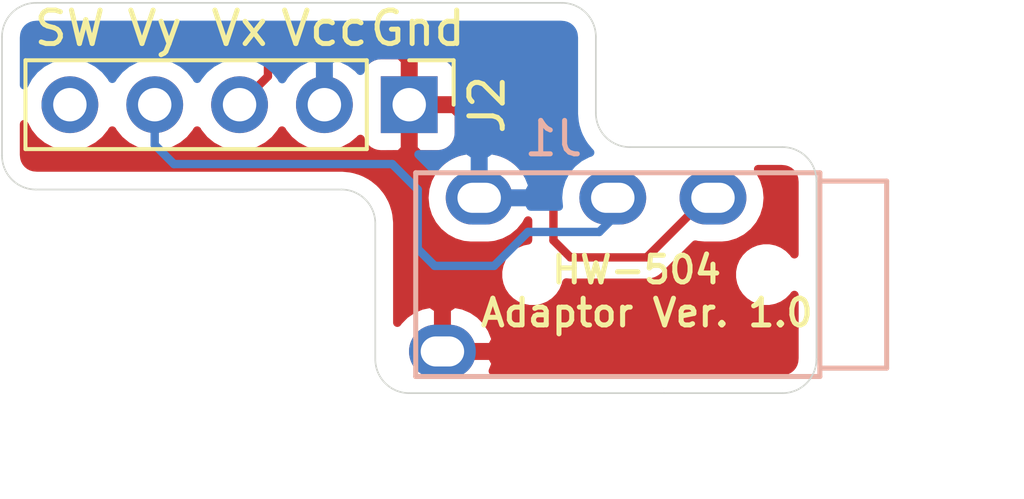
<source format=kicad_pcb>
(kicad_pcb (version 20171130) (host pcbnew 5.1.5-52549c5~84~ubuntu16.04.1)

  (general
    (thickness 1.6)
    (drawings 25)
    (tracks 22)
    (zones 0)
    (modules 2)
    (nets 6)
  )

  (page USLetter)
  (title_block
    (title "HW-504 Joystick Interface Board")
    (date 2019-05-04)
    (rev 1.0)
    (comment 1 "Copyright 2019 Don Haig (accessible.aac at gmail dot com)")
    (comment 2 http://creativecommons.org/licenses/by-sa/4.0/)
    (comment 3 "Creative Commons Attribution-ShareAlike 4.0 International License")
    (comment 4 "This work is licensed under a:")
  )

  (layers
    (0 F.Cu signal)
    (31 B.Cu signal)
    (32 B.Adhes user)
    (33 F.Adhes user)
    (34 B.Paste user)
    (35 F.Paste user)
    (36 B.SilkS user)
    (37 F.SilkS user)
    (38 B.Mask user)
    (39 F.Mask user)
    (40 Dwgs.User user)
    (41 Cmts.User user)
    (42 Eco1.User user)
    (43 Eco2.User user)
    (44 Edge.Cuts user)
    (45 Margin user)
    (46 B.CrtYd user)
    (47 F.CrtYd user)
    (48 B.Fab user)
    (49 F.Fab user)
  )

  (setup
    (last_trace_width 0.25)
    (trace_clearance 0.2)
    (zone_clearance 0.508)
    (zone_45_only no)
    (trace_min 0.2)
    (via_size 0.8)
    (via_drill 0.4)
    (via_min_size 0.4)
    (via_min_drill 0.3)
    (uvia_size 0.3)
    (uvia_drill 0.1)
    (uvias_allowed no)
    (uvia_min_size 0.2)
    (uvia_min_drill 0.1)
    (edge_width 0.05)
    (segment_width 0.2)
    (pcb_text_width 0.3)
    (pcb_text_size 1.5 1.5)
    (mod_edge_width 0.12)
    (mod_text_size 1 1)
    (mod_text_width 0.15)
    (pad_size 1.524 1.524)
    (pad_drill 0.762)
    (pad_to_mask_clearance 0.051)
    (solder_mask_min_width 0.25)
    (aux_axis_origin 0 0)
    (visible_elements FFFFFF7F)
    (pcbplotparams
      (layerselection 0x010fc_ffffffff)
      (usegerberextensions true)
      (usegerberattributes false)
      (usegerberadvancedattributes false)
      (creategerberjobfile false)
      (excludeedgelayer true)
      (linewidth 0.100000)
      (plotframeref false)
      (viasonmask false)
      (mode 1)
      (useauxorigin false)
      (hpglpennumber 1)
      (hpglpenspeed 20)
      (hpglpendiameter 15.000000)
      (psnegative false)
      (psa4output false)
      (plotreference true)
      (plotvalue true)
      (plotinvisibletext false)
      (padsonsilk false)
      (subtractmaskfromsilk false)
      (outputformat 1)
      (mirror false)
      (drillshape 0)
      (scaleselection 1)
      (outputdirectory "gerber/"))
  )

  (net 0 "")
  (net 1 GND)
  (net 2 +5V)
  (net 3 "Net-(J2-Pad5)")
  (net 4 /Vx)
  (net 5 /Vy)

  (net_class Default "This is the default net class."
    (clearance 0.2)
    (trace_width 0.25)
    (via_dia 0.8)
    (via_drill 0.4)
    (uvia_dia 0.3)
    (uvia_drill 0.1)
    (add_net +5V)
    (add_net /Vx)
    (add_net /Vy)
    (add_net GND)
    (add_net "Net-(J2-Pad5)")
  )

  (module dbh_kicad_library:HW-504_Joystick_Module (layer F.Cu) (tedit 5CCE012A) (tstamp 5CCE3C76)
    (at 148.336 92.202 270)
    (descr "Through hole straight pin header, 1x05, 2.54mm pitch, single row")
    (tags "Through hole pin header THT 1x05 2.54mm single row")
    (path /5CCE0F77)
    (fp_text reference J2 (at 0 -2.33 90) (layer F.SilkS)
      (effects (font (size 1 1) (thickness 0.15)))
    )
    (fp_text value hw_504_joystick_module (at 9.906 -0.254 180) (layer F.Fab)
      (effects (font (size 1 1) (thickness 0.15)))
    )
    (fp_text user %R (at 0 5.08) (layer F.Fab)
      (effects (font (size 1 1) (thickness 0.15)))
    )
    (fp_line (start 1.8 -1.8) (end -1.8 -1.8) (layer F.CrtYd) (width 0.05))
    (fp_line (start 1.8 11.95) (end 1.8 -1.8) (layer F.CrtYd) (width 0.05))
    (fp_line (start -1.8 11.95) (end 1.8 11.95) (layer F.CrtYd) (width 0.05))
    (fp_line (start -1.8 -1.8) (end -1.8 11.95) (layer F.CrtYd) (width 0.05))
    (fp_line (start -1.33 -1.33) (end 0 -1.33) (layer F.SilkS) (width 0.12))
    (fp_line (start -1.33 0) (end -1.33 -1.33) (layer F.SilkS) (width 0.12))
    (fp_line (start -1.33 1.27) (end 1.33 1.27) (layer F.SilkS) (width 0.12))
    (fp_line (start 1.33 1.27) (end 1.33 11.49) (layer F.SilkS) (width 0.12))
    (fp_line (start -1.33 1.27) (end -1.33 11.49) (layer F.SilkS) (width 0.12))
    (fp_line (start -1.33 11.49) (end 1.33 11.49) (layer F.SilkS) (width 0.12))
    (fp_line (start -1.27 -0.635) (end -0.635 -1.27) (layer F.Fab) (width 0.1))
    (fp_line (start -1.27 11.43) (end -1.27 -0.635) (layer F.Fab) (width 0.1))
    (fp_line (start 1.27 11.43) (end -1.27 11.43) (layer F.Fab) (width 0.1))
    (fp_line (start 1.27 -1.27) (end 1.27 11.43) (layer F.Fab) (width 0.1))
    (fp_line (start -0.635 -1.27) (end 1.27 -1.27) (layer F.Fab) (width 0.1))
    (pad 5 thru_hole oval (at 0 10.16 270) (size 1.7 1.7) (drill 1) (layers *.Cu *.Mask)
      (net 3 "Net-(J2-Pad5)"))
    (pad 4 thru_hole oval (at 0 7.62 270) (size 1.7 1.7) (drill 1) (layers *.Cu *.Mask)
      (net 5 /Vy))
    (pad 3 thru_hole oval (at 0 5.08 270) (size 1.7 1.7) (drill 1) (layers *.Cu *.Mask)
      (net 4 /Vx))
    (pad 2 thru_hole oval (at 0 2.54 270) (size 1.7 1.7) (drill 1) (layers *.Cu *.Mask)
      (net 2 +5V))
    (pad 1 thru_hole rect (at 0 0 270) (size 1.7 1.7) (drill 1) (layers *.Cu *.Mask)
      (net 1 GND))
    (model /home/don/kicad/libraries/dbh_kicad_library/3D_models/hw-504_joystick/hw-504_joystick_module.wrl
      (offset (xyz 3.5 -5 18))
      (scale (xyz 1 1 1))
      (rotate (xyz 180 -90 0))
    )
  )

  (module dbh_kicad_library:PJ-320A (layer B.Cu) (tedit 5C8461F3) (tstamp 5CAE529D)
    (at 157.48 95.25 180)
    (path /5CAF3F7B)
    (fp_text reference J1 (at 4.826 2.032) (layer B.SilkS)
      (effects (font (size 1 1) (thickness 0.15)) (justify mirror))
    )
    (fp_text value PJ320A (at 1.48 -3.97) (layer B.Fab)
      (effects (font (size 1 1) (thickness 0.15)) (justify mirror))
    )
    (fp_line (start -5.15 0.76) (end -5.15 -4.84) (layer B.SilkS) (width 0.15))
    (fp_line (start -3.15 -4.84) (end -5.15 -4.84) (layer B.SilkS) (width 0.15))
    (fp_line (start -3.15 0.76) (end -5.15 0.76) (layer B.SilkS) (width 0.15))
    (fp_line (start -3.15 -5.09) (end 8.95 -5.09) (layer B.SilkS) (width 0.15))
    (fp_line (start -3.15 1.01) (end 8.95 1.01) (layer B.SilkS) (width 0.15))
    (fp_line (start 8.95 1.01) (end 8.95 -5.09) (layer B.SilkS) (width 0.15))
    (fp_line (start -3.15 1.01) (end -3.15 -5.09) (layer B.SilkS) (width 0.15))
    (pad 5 thru_hole oval (at 8.15 -4.34 90) (size 1.6 2) (drill oval 0.9 1.3) (layers *.Cu *.Mask)
      (net 1 GND))
    (pad 4 thru_hole oval (at 7.05 0.26 90) (size 1.6 2) (drill oval 0.9 1.3) (layers *.Cu *.Mask)
      (net 2 +5V))
    (pad 2 thru_hole oval (at 0.05 0.26 90) (size 1.6 2) (drill oval 0.9 1.3) (layers *.Cu *.Mask)
      (net 4 /Vx))
    (pad "" np_thru_hole circle (at 5.45 -2.04 90) (size 0.8 0.8) (drill 0.8) (layers *.Cu *.Mask))
    (pad "" np_thru_hole circle (at -1.55 -2.04 90) (size 0.8 0.8) (drill 0.8) (layers *.Cu *.Mask))
    (pad 3 thru_hole oval (at 3.05 0.26 90) (size 1.6 2) (drill oval 0.9 1.3) (layers *.Cu *.Mask)
      (net 5 /Vy))
    (model /home/don/kicad/libraries/dbh_kicad_library/3D_models/pj320a/pj320a.wrl
      (offset (xyz -3.35 -2.1 0))
      (scale (xyz 1 1 1))
      (rotate (xyz 0 0 0))
    )
  )

  (dimension 24.384 (width 0.12) (layer Dwgs.User)
    (gr_text "24.384 mm" (at 148.336 104.648) (layer Dwgs.User)
      (effects (font (size 1 1) (thickness 0.15)))
    )
    (feature1 (pts (xy 136.144 101.346) (xy 136.144 103.964421)))
    (feature2 (pts (xy 160.528 101.346) (xy 160.528 103.964421)))
    (crossbar (pts (xy 160.528 103.378) (xy 136.144 103.378)))
    (arrow1a (pts (xy 136.144 103.378) (xy 137.270504 102.791579)))
    (arrow1b (pts (xy 136.144 103.378) (xy 137.270504 103.964421)))
    (arrow2a (pts (xy 160.528 103.378) (xy 159.401496 102.791579)))
    (arrow2b (pts (xy 160.528 103.378) (xy 159.401496 103.964421)))
  )
  (dimension 11.684 (width 0.12) (layer Dwgs.User)
    (gr_text "11.684 mm" (at 165.354 94.996 90) (layer Dwgs.User)
      (effects (font (size 1 1) (thickness 0.15)))
    )
    (feature1 (pts (xy 161.29 89.154) (xy 164.670421 89.154)))
    (feature2 (pts (xy 161.29 100.838) (xy 164.670421 100.838)))
    (crossbar (pts (xy 164.084 100.838) (xy 164.084 89.154)))
    (arrow1a (pts (xy 164.084 89.154) (xy 164.670421 90.280504)))
    (arrow1b (pts (xy 164.084 89.154) (xy 163.497579 90.280504)))
    (arrow2a (pts (xy 164.084 100.838) (xy 164.670421 99.711496)))
    (arrow2b (pts (xy 164.084 100.838) (xy 163.497579 99.711496)))
  )
  (gr_text "HW-504 \nAdaptor Ver. 1.0" (at 155.448 97.79) (layer F.SilkS)
    (effects (font (size 0.8 0.8) (thickness 0.15)))
  )
  (gr_text SW (at 138.176 89.916) (layer F.SilkS)
    (effects (font (size 1 1) (thickness 0.15)))
  )
  (gr_text Vy (at 140.716 89.916) (layer F.SilkS)
    (effects (font (size 1 1) (thickness 0.15)))
  )
  (gr_text Vx (at 143.256 89.916) (layer F.SilkS)
    (effects (font (size 1 1) (thickness 0.15)))
  )
  (gr_text Vcc (at 145.796 89.916) (layer F.SilkS)
    (effects (font (size 1 1) (thickness 0.15)))
  )
  (gr_text Gnd (at 148.59 89.916) (layer F.SilkS)
    (effects (font (size 1 1) (thickness 0.15)))
  )
  (gr_line (start 147.32 95.758) (end 147.32 99.822) (layer Edge.Cuts) (width 0.05) (tstamp 5CCE3D72))
  (gr_line (start 137.16 94.742) (end 146.304 94.742) (layer Edge.Cuts) (width 0.05) (tstamp 5CCE3D71))
  (gr_line (start 136.144 93.726) (end 136.144 90.17) (layer Edge.Cuts) (width 0.05) (tstamp 5CCE3D6E))
  (gr_arc (start 137.16 93.726) (end 136.144 93.726) (angle -90) (layer Edge.Cuts) (width 0.05) (tstamp 5CCE3D6A))
  (gr_arc (start 146.304 95.758) (end 147.32 95.758) (angle -90) (layer Edge.Cuts) (width 0.05) (tstamp 5CCE3D66))
  (gr_line (start 155.956 100.838) (end 159.512 100.838) (layer Edge.Cuts) (width 0.05) (tstamp 5CCE3D64))
  (gr_line (start 148.336 100.838) (end 155.956 100.838) (layer Edge.Cuts) (width 0.05))
  (gr_line (start 137.16 89.154) (end 152.908 89.154) (layer Edge.Cuts) (width 0.05) (tstamp 5CCE3D5D))
  (gr_arc (start 137.16 90.17) (end 137.16 89.154) (angle -90) (layer Edge.Cuts) (width 0.05) (tstamp 5CAE54A1))
  (gr_line (start 154.94 93.472) (end 159.512 93.472) (layer Edge.Cuts) (width 0.05) (tstamp 5CAEDE23))
  (gr_line (start 153.924 92.456) (end 153.924 90.17) (layer Edge.Cuts) (width 0.05) (tstamp 5CAEDDE8))
  (gr_line (start 160.528 99.822) (end 160.528 94.488) (layer Edge.Cuts) (width 0.05) (tstamp 5CAEDDE6))
  (gr_arc (start 152.908 90.17) (end 153.924 90.17) (angle -90) (layer Edge.Cuts) (width 0.05) (tstamp 5CAEDDB8))
  (gr_arc (start 154.94 92.456) (end 153.924 92.456) (angle -90) (layer Edge.Cuts) (width 0.05) (tstamp 5CAEDDB4))
  (gr_arc (start 148.336 99.822) (end 147.32 99.822) (angle -90) (layer Edge.Cuts) (width 0.05) (tstamp 5CAE54A4))
  (gr_arc (start 159.512 94.488) (end 160.528 94.488) (angle -90) (layer Edge.Cuts) (width 0.05) (tstamp 5CAE549A))
  (gr_arc (start 159.512 99.822) (end 159.512 100.838) (angle -90) (layer Edge.Cuts) (width 0.05))

  (segment (start 150.43 94.55) (end 150.43 94.99) (width 0.25) (layer B.Cu) (net 2) (status 30))
  (segment (start 144.105999 91.352001) (end 144.105999 90.336001) (width 0.25) (layer F.Cu) (net 4))
  (segment (start 143.256 92.202) (end 144.105999 91.352001) (width 0.25) (layer F.Cu) (net 4))
  (segment (start 144.105999 90.336001) (end 144.526 89.916) (width 0.25) (layer F.Cu) (net 4))
  (segment (start 150.727124 89.916) (end 152.654 91.842876) (width 0.25) (layer F.Cu) (net 4))
  (segment (start 144.526 89.916) (end 150.727124 89.916) (width 0.25) (layer F.Cu) (net 4))
  (segment (start 152.654 91.842876) (end 152.654 96.266) (width 0.25) (layer F.Cu) (net 4))
  (segment (start 152.654 96.266) (end 153.162 96.774) (width 0.25) (layer F.Cu) (net 4))
  (segment (start 157.23 94.99) (end 157.43 94.99) (width 0.25) (layer F.Cu) (net 4))
  (segment (start 155.446 96.774) (end 157.23 94.99) (width 0.25) (layer F.Cu) (net 4))
  (segment (start 153.162 96.774) (end 155.446 96.774) (width 0.25) (layer F.Cu) (net 4))
  (segment (start 141.291919 93.98) (end 147.828 93.98) (width 0.25) (layer B.Cu) (net 5))
  (segment (start 148.59 96.52) (end 149.098 97.028) (width 0.25) (layer B.Cu) (net 5))
  (segment (start 147.828 93.98) (end 148.59 94.742) (width 0.25) (layer B.Cu) (net 5))
  (segment (start 140.716 92.202) (end 140.716 93.404081) (width 0.25) (layer B.Cu) (net 5))
  (segment (start 140.716 93.404081) (end 141.291919 93.98) (width 0.25) (layer B.Cu) (net 5))
  (segment (start 148.59 94.742) (end 148.59 96.52) (width 0.25) (layer B.Cu) (net 5))
  (segment (start 149.098 97.028) (end 150.876 97.028) (width 0.25) (layer B.Cu) (net 5))
  (segment (start 150.876 97.028) (end 151.892 96.012) (width 0.25) (layer B.Cu) (net 5))
  (segment (start 154.43 95.6076) (end 154.43 94.99) (width 0.25) (layer B.Cu) (net 5))
  (segment (start 151.892 96.012) (end 154.0256 96.012) (width 0.25) (layer B.Cu) (net 5))
  (segment (start 154.0256 96.012) (end 154.43 95.6076) (width 0.25) (layer B.Cu) (net 5))

  (zone (net 1) (net_name GND) (layer F.Cu) (tstamp 0) (hatch edge 0.508)
    (connect_pads (clearance 0.508))
    (min_thickness 0.254)
    (fill yes (arc_segments 32) (thermal_gap 0.508) (thermal_bridge_width 0.508))
    (polygon
      (pts
        (xy 147.4724 99.7712) (xy 147.4724 95.5548) (xy 147.3708 95.1992) (xy 147.1168 94.8944) (xy 146.8628 94.6912)
        (xy 146.5072 94.5896) (xy 137.0076 94.5896) (xy 136.652 94.3356) (xy 136.2964 93.9292) (xy 136.2964 92.964)
        (xy 136.2964 89.916) (xy 136.5504 89.5604) (xy 136.9568 89.3064) (xy 137.3124 89.2556) (xy 152.9588 89.2556)
        (xy 153.3652 89.3572) (xy 153.5684 89.5604) (xy 153.7716 89.8652) (xy 153.8224 90.1192) (xy 153.8224 92.5576)
        (xy 153.8732 92.964) (xy 154.0764 93.218) (xy 154.432 93.472) (xy 154.686 93.5736) (xy 159.6136 93.5736)
        (xy 159.9184 93.6752) (xy 160.1724 93.8276) (xy 160.3756 94.0816) (xy 160.4264 94.4372) (xy 160.4264 100.0252)
        (xy 160.3248 100.33) (xy 160.1724 100.4824) (xy 159.8676 100.6856) (xy 159.5628 100.7364) (xy 148.336 100.7364)
        (xy 148.0312 100.6348) (xy 147.7772 100.4824) (xy 147.574 100.33) (xy 147.4724 100.1268) (xy 147.4724 99.9744)
        (xy 147.4724 99.9236)
      )
    )
    (filled_polygon
      (pts
        (xy 151.894 92.157678) (xy 151.894001 94.310634) (xy 151.828932 94.188899) (xy 151.649608 93.970392) (xy 151.431101 93.791068)
        (xy 151.181808 93.657818) (xy 150.911309 93.575764) (xy 150.700492 93.555) (xy 150.159508 93.555) (xy 149.948691 93.575764)
        (xy 149.678192 93.657818) (xy 149.428899 93.791068) (xy 149.210392 93.970392) (xy 149.031068 94.188899) (xy 148.897818 94.438192)
        (xy 148.815764 94.708691) (xy 148.788057 94.99) (xy 148.815764 95.271309) (xy 148.897818 95.541808) (xy 149.031068 95.791101)
        (xy 149.210392 96.009608) (xy 149.428899 96.188932) (xy 149.678192 96.322182) (xy 149.948691 96.404236) (xy 150.159508 96.425)
        (xy 150.700492 96.425) (xy 150.911309 96.404236) (xy 151.181808 96.322182) (xy 151.431101 96.188932) (xy 151.649608 96.009608)
        (xy 151.828932 95.791101) (xy 151.894001 95.669366) (xy 151.894001 96.228668) (xy 151.890675 96.262436) (xy 151.728102 96.294774)
        (xy 151.539744 96.372795) (xy 151.370226 96.486063) (xy 151.226063 96.630226) (xy 151.112795 96.799744) (xy 151.034774 96.988102)
        (xy 150.995 97.188061) (xy 150.995 97.391939) (xy 151.034774 97.591898) (xy 151.112795 97.780256) (xy 151.226063 97.949774)
        (xy 151.370226 98.093937) (xy 151.539744 98.207205) (xy 151.728102 98.285226) (xy 151.928061 98.325) (xy 152.131939 98.325)
        (xy 152.331898 98.285226) (xy 152.520256 98.207205) (xy 152.689774 98.093937) (xy 152.833937 97.949774) (xy 152.947205 97.780256)
        (xy 153.025226 97.591898) (xy 153.038432 97.525506) (xy 153.124667 97.534) (xy 153.124676 97.534) (xy 153.161999 97.537676)
        (xy 153.199322 97.534) (xy 155.408678 97.534) (xy 155.446 97.537676) (xy 155.483322 97.534) (xy 155.483333 97.534)
        (xy 155.594986 97.523003) (xy 155.738247 97.479546) (xy 155.870276 97.408974) (xy 155.986001 97.314001) (xy 156.009804 97.284997)
        (xy 156.904094 96.390708) (xy 156.948691 96.404236) (xy 157.159508 96.425) (xy 157.700492 96.425) (xy 157.911309 96.404236)
        (xy 158.181808 96.322182) (xy 158.431101 96.188932) (xy 158.649608 96.009608) (xy 158.828932 95.791101) (xy 158.962182 95.541808)
        (xy 159.044236 95.271309) (xy 159.071943 94.99) (xy 159.044236 94.708691) (xy 158.962182 94.438192) (xy 158.828932 94.188899)
        (xy 158.782236 94.132) (xy 159.479719 94.132) (xy 159.580533 94.141885) (xy 159.646457 94.161789) (xy 159.707255 94.194115)
        (xy 159.760619 94.237639) (xy 159.804512 94.290696) (xy 159.837266 94.351271) (xy 159.857628 94.417053) (xy 159.868001 94.51574)
        (xy 159.868001 96.681206) (xy 159.833937 96.630226) (xy 159.689774 96.486063) (xy 159.520256 96.372795) (xy 159.331898 96.294774)
        (xy 159.131939 96.255) (xy 158.928061 96.255) (xy 158.728102 96.294774) (xy 158.539744 96.372795) (xy 158.370226 96.486063)
        (xy 158.226063 96.630226) (xy 158.112795 96.799744) (xy 158.034774 96.988102) (xy 157.995 97.188061) (xy 157.995 97.391939)
        (xy 158.034774 97.591898) (xy 158.112795 97.780256) (xy 158.226063 97.949774) (xy 158.370226 98.093937) (xy 158.539744 98.207205)
        (xy 158.728102 98.285226) (xy 158.928061 98.325) (xy 159.131939 98.325) (xy 159.331898 98.285226) (xy 159.520256 98.207205)
        (xy 159.689774 98.093937) (xy 159.833937 97.949774) (xy 159.868 97.898794) (xy 159.868 99.789719) (xy 159.858115 99.890531)
        (xy 159.838211 99.956458) (xy 159.805885 100.017255) (xy 159.762362 100.070618) (xy 159.7093 100.114515) (xy 159.648727 100.147266)
        (xy 159.582947 100.167628) (xy 159.484269 100.178) (xy 150.838093 100.178) (xy 150.911444 99.99673) (xy 150.921904 99.939039)
        (xy 150.799915 99.717) (xy 149.457 99.717) (xy 149.457 99.737) (xy 149.203 99.737) (xy 149.203 99.717)
        (xy 149.183 99.717) (xy 149.183 99.463) (xy 149.203 99.463) (xy 149.203 98.310526) (xy 149.457 98.310526)
        (xy 149.457 99.463) (xy 150.799915 99.463) (xy 150.921904 99.240961) (xy 150.911444 99.18327) (xy 150.805551 98.921579)
        (xy 150.650639 98.685575) (xy 150.452662 98.484327) (xy 150.219227 98.32557) (xy 149.959306 98.215404) (xy 149.682887 98.158063)
        (xy 149.457 98.310526) (xy 149.203 98.310526) (xy 148.977113 98.158063) (xy 148.700694 98.215404) (xy 148.440773 98.32557)
        (xy 148.207338 98.484327) (xy 148.009361 98.685575) (xy 147.98 98.730306) (xy 147.98 95.725581) (xy 147.977216 95.697309)
        (xy 147.977259 95.691088) (xy 147.976359 95.681917) (xy 147.955632 95.484715) (xy 147.94361 95.426151) (xy 147.932396 95.367362)
        (xy 147.929732 95.35854) (xy 147.871097 95.169118) (xy 147.847929 95.114005) (xy 147.825507 95.058507) (xy 147.82118 95.050371)
        (xy 147.72687 94.875947) (xy 147.693403 94.826331) (xy 147.660665 94.776301) (xy 147.654841 94.76916) (xy 147.528447 94.616376)
        (xy 147.486012 94.574237) (xy 147.444149 94.531487) (xy 147.437048 94.525613) (xy 147.283386 94.400289) (xy 147.233544 94.367174)
        (xy 147.184204 94.33339) (xy 147.176098 94.329007) (xy 147.00102 94.235916) (xy 146.945725 94.213125) (xy 146.89073 94.189554)
        (xy 146.881927 94.186829) (xy 146.6921 94.129518) (xy 146.63342 94.1179) (xy 146.574913 94.105463) (xy 146.565748 94.1045)
        (xy 146.368406 94.08515) (xy 146.368402 94.08515) (xy 146.336419 94.082) (xy 137.192281 94.082) (xy 137.091469 94.072115)
        (xy 137.025542 94.052211) (xy 136.964745 94.019885) (xy 136.911382 93.976362) (xy 136.867485 93.9233) (xy 136.834734 93.862727)
        (xy 136.814372 93.796947) (xy 136.804 93.698269) (xy 136.804 92.78538) (xy 136.935294 93.031014) (xy 137.120866 93.257134)
        (xy 137.346986 93.442706) (xy 137.604966 93.580599) (xy 137.884889 93.665513) (xy 138.10305 93.687) (xy 138.24895 93.687)
        (xy 138.467111 93.665513) (xy 138.747034 93.580599) (xy 139.005014 93.442706) (xy 139.231134 93.257134) (xy 139.416706 93.031014)
        (xy 139.446 92.976209) (xy 139.475294 93.031014) (xy 139.660866 93.257134) (xy 139.886986 93.442706) (xy 140.144966 93.580599)
        (xy 140.424889 93.665513) (xy 140.64305 93.687) (xy 140.78895 93.687) (xy 141.007111 93.665513) (xy 141.287034 93.580599)
        (xy 141.545014 93.442706) (xy 141.771134 93.257134) (xy 141.956706 93.031014) (xy 141.986 92.976209) (xy 142.015294 93.031014)
        (xy 142.200866 93.257134) (xy 142.426986 93.442706) (xy 142.684966 93.580599) (xy 142.964889 93.665513) (xy 143.18305 93.687)
        (xy 143.32895 93.687) (xy 143.547111 93.665513) (xy 143.827034 93.580599) (xy 144.085014 93.442706) (xy 144.311134 93.257134)
        (xy 144.496706 93.031014) (xy 144.526 92.976209) (xy 144.555294 93.031014) (xy 144.740866 93.257134) (xy 144.966986 93.442706)
        (xy 145.224966 93.580599) (xy 145.504889 93.665513) (xy 145.72305 93.687) (xy 145.86895 93.687) (xy 146.087111 93.665513)
        (xy 146.367034 93.580599) (xy 146.625014 93.442706) (xy 146.851134 93.257134) (xy 146.875607 93.227313) (xy 146.896498 93.29618)
        (xy 146.955463 93.406494) (xy 147.034815 93.503185) (xy 147.131506 93.582537) (xy 147.24182 93.641502) (xy 147.361518 93.677812)
        (xy 147.486 93.690072) (xy 148.05025 93.687) (xy 148.209 93.52825) (xy 148.209 92.329) (xy 148.463 92.329)
        (xy 148.463 93.52825) (xy 148.62175 93.687) (xy 149.186 93.690072) (xy 149.310482 93.677812) (xy 149.43018 93.641502)
        (xy 149.540494 93.582537) (xy 149.637185 93.503185) (xy 149.716537 93.406494) (xy 149.775502 93.29618) (xy 149.811812 93.176482)
        (xy 149.824072 93.052) (xy 149.821 92.48775) (xy 149.66225 92.329) (xy 148.463 92.329) (xy 148.209 92.329)
        (xy 148.189 92.329) (xy 148.189 92.075) (xy 148.209 92.075) (xy 148.209 90.87575) (xy 148.463 90.87575)
        (xy 148.463 92.075) (xy 149.66225 92.075) (xy 149.821 91.91625) (xy 149.824072 91.352) (xy 149.811812 91.227518)
        (xy 149.775502 91.10782) (xy 149.716537 90.997506) (xy 149.637185 90.900815) (xy 149.540494 90.821463) (xy 149.43018 90.762498)
        (xy 149.310482 90.726188) (xy 149.186 90.713928) (xy 148.62175 90.717) (xy 148.463 90.87575) (xy 148.209 90.87575)
        (xy 148.05025 90.717) (xy 147.486 90.713928) (xy 147.361518 90.726188) (xy 147.24182 90.762498) (xy 147.131506 90.821463)
        (xy 147.034815 90.900815) (xy 146.955463 90.997506) (xy 146.896498 91.10782) (xy 146.875607 91.176687) (xy 146.851134 91.146866)
        (xy 146.625014 90.961294) (xy 146.367034 90.823401) (xy 146.087111 90.738487) (xy 145.86895 90.717) (xy 145.72305 90.717)
        (xy 145.504889 90.738487) (xy 145.224966 90.823401) (xy 144.966986 90.961294) (xy 144.865999 91.044172) (xy 144.865999 90.676)
        (xy 150.412323 90.676)
      )
    )
  )
  (zone (net 2) (net_name +5V) (layer B.Cu) (tstamp 0) (hatch edge 0.508)
    (connect_pads (clearance 0.508))
    (min_thickness 0.254)
    (fill yes (arc_segments 32) (thermal_gap 0.508) (thermal_bridge_width 0.508))
    (polygon
      (pts
        (xy 147.4724 100.0252) (xy 147.4724 95.504) (xy 147.3708 95.1992) (xy 147.1168 94.8944) (xy 146.8628 94.6912)
        (xy 146.5072 94.5896) (xy 137.0584 94.5896) (xy 136.652 94.3864) (xy 136.398 94.1324) (xy 136.2964 93.98)
        (xy 136.2964 89.9668) (xy 136.5504 89.5604) (xy 136.9568 89.3064) (xy 137.2616 89.2556) (xy 153.0096 89.2556)
        (xy 153.416 89.3572) (xy 153.8224 89.9668) (xy 153.8224 90.4748) (xy 153.8224 92.71) (xy 153.8732 92.964)
        (xy 154.0256 93.218) (xy 154.3304 93.4212) (xy 154.6352 93.5736) (xy 154.9908 93.5736) (xy 159.5628 93.5736)
        (xy 159.9184 93.6752) (xy 160.2232 93.8784) (xy 160.4264 94.1324) (xy 160.4264 94.3356) (xy 160.4264 100.0252)
        (xy 160.3248 100.3808) (xy 160.02 100.584) (xy 159.8676 100.6856) (xy 159.5628 100.7364) (xy 148.336 100.7364)
        (xy 148.0312 100.6348) (xy 147.574 100.33) (xy 147.4724 100.1268)
      )
    )
    (filled_polygon
      (pts
        (xy 152.976533 89.823885) (xy 153.042457 89.843789) (xy 153.103255 89.876115) (xy 153.156619 89.919639) (xy 153.200512 89.972696)
        (xy 153.233266 90.033271) (xy 153.253628 90.099053) (xy 153.264001 90.19774) (xy 153.264 92.488418) (xy 153.266784 92.51669)
        (xy 153.266741 92.522911) (xy 153.267641 92.532083) (xy 153.288368 92.729284) (xy 153.300387 92.787834) (xy 153.311604 92.846639)
        (xy 153.314268 92.855461) (xy 153.372903 93.044882) (xy 153.396076 93.100009) (xy 153.418493 93.155492) (xy 153.422819 93.163629)
        (xy 153.51713 93.338052) (xy 153.550575 93.387636) (xy 153.583335 93.437699) (xy 153.589159 93.44484) (xy 153.715554 93.597624)
        (xy 153.753244 93.635052) (xy 153.678192 93.657818) (xy 153.428899 93.791068) (xy 153.210392 93.970392) (xy 153.031068 94.188899)
        (xy 152.897818 94.438192) (xy 152.815764 94.708691) (xy 152.788057 94.99) (xy 152.813862 95.252) (xy 151.974084 95.252)
        (xy 151.899915 95.117) (xy 150.557 95.117) (xy 150.557 95.137) (xy 150.303 95.137) (xy 150.303 95.117)
        (xy 150.283 95.117) (xy 150.283 94.863) (xy 150.303 94.863) (xy 150.303 93.710526) (xy 150.557 93.710526)
        (xy 150.557 94.863) (xy 151.899915 94.863) (xy 152.021904 94.640961) (xy 152.011444 94.58327) (xy 151.905551 94.321579)
        (xy 151.750639 94.085575) (xy 151.552662 93.884327) (xy 151.319227 93.72557) (xy 151.059306 93.615404) (xy 150.782887 93.558063)
        (xy 150.557 93.710526) (xy 150.303 93.710526) (xy 150.077113 93.558063) (xy 149.800694 93.615404) (xy 149.540773 93.72557)
        (xy 149.307338 93.884327) (xy 149.109361 94.085575) (xy 149.069343 94.146541) (xy 148.612873 93.690072) (xy 149.186 93.690072)
        (xy 149.310482 93.677812) (xy 149.43018 93.641502) (xy 149.540494 93.582537) (xy 149.637185 93.503185) (xy 149.716537 93.406494)
        (xy 149.775502 93.29618) (xy 149.811812 93.176482) (xy 149.824072 93.052) (xy 149.824072 91.352) (xy 149.811812 91.227518)
        (xy 149.775502 91.10782) (xy 149.716537 90.997506) (xy 149.637185 90.900815) (xy 149.540494 90.821463) (xy 149.43018 90.762498)
        (xy 149.310482 90.726188) (xy 149.186 90.713928) (xy 147.486 90.713928) (xy 147.361518 90.726188) (xy 147.24182 90.762498)
        (xy 147.131506 90.821463) (xy 147.034815 90.900815) (xy 146.955463 90.997506) (xy 146.896498 91.10782) (xy 146.872034 91.188466)
        (xy 146.796269 91.104412) (xy 146.56292 90.930359) (xy 146.300099 90.805175) (xy 146.15289 90.760524) (xy 145.923 90.881845)
        (xy 145.923 92.075) (xy 145.943 92.075) (xy 145.943 92.329) (xy 145.923 92.329) (xy 145.923 92.349)
        (xy 145.669 92.349) (xy 145.669 92.329) (xy 145.649 92.329) (xy 145.649 92.075) (xy 145.669 92.075)
        (xy 145.669 90.881845) (xy 145.43911 90.760524) (xy 145.291901 90.805175) (xy 145.02908 90.930359) (xy 144.795731 91.104412)
        (xy 144.600822 91.320645) (xy 144.531201 91.437523) (xy 144.496706 91.372986) (xy 144.311134 91.146866) (xy 144.085014 90.961294)
        (xy 143.827034 90.823401) (xy 143.547111 90.738487) (xy 143.32895 90.717) (xy 143.18305 90.717) (xy 142.964889 90.738487)
        (xy 142.684966 90.823401) (xy 142.426986 90.961294) (xy 142.200866 91.146866) (xy 142.015294 91.372986) (xy 141.986 91.427791)
        (xy 141.956706 91.372986) (xy 141.771134 91.146866) (xy 141.545014 90.961294) (xy 141.287034 90.823401) (xy 141.007111 90.738487)
        (xy 140.78895 90.717) (xy 140.64305 90.717) (xy 140.424889 90.738487) (xy 140.144966 90.823401) (xy 139.886986 90.961294)
        (xy 139.660866 91.146866) (xy 139.475294 91.372986) (xy 139.446 91.427791) (xy 139.416706 91.372986) (xy 139.231134 91.146866)
        (xy 139.005014 90.961294) (xy 138.747034 90.823401) (xy 138.467111 90.738487) (xy 138.24895 90.717) (xy 138.10305 90.717)
        (xy 137.884889 90.738487) (xy 137.604966 90.823401) (xy 137.346986 90.961294) (xy 137.120866 91.146866) (xy 136.935294 91.372986)
        (xy 136.804 91.61862) (xy 136.804 90.202281) (xy 136.813885 90.101467) (xy 136.833789 90.035543) (xy 136.866115 89.974745)
        (xy 136.909639 89.921381) (xy 136.962696 89.877488) (xy 137.023271 89.844734) (xy 137.089053 89.824372) (xy 137.18773 89.814)
        (xy 152.875719 89.814)
      )
    )
  )
)

</source>
